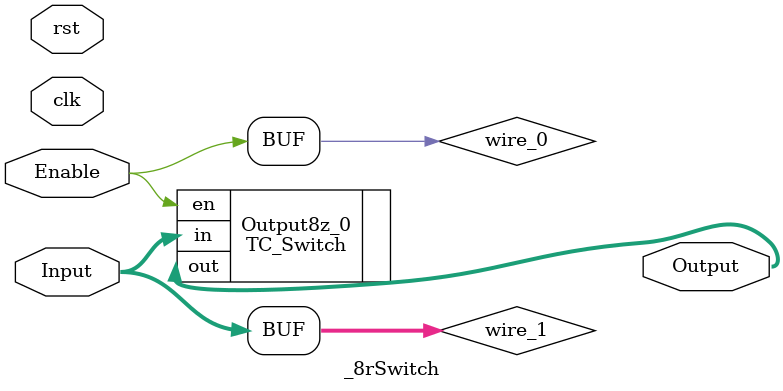
<source format=v>
module _8rSwitch (clk, rst, Enable, Input, Output);
  parameter UUID = 0;
  parameter NAME = "";
  input wire clk;
  input wire rst;

  input  wire [0:0] Enable;
  input  wire [7:0] Input;
  output  wire [7:0] Output;

  TC_Switch # (.UUID(64'd2986484189407684533 ^ UUID), .BIT_WIDTH(64'd8)) Output8z_0 (.en(wire_0), .in(wire_1), .out(Output));
  TC_Constant # (.UUID(64'd4531143012953195476 ^ UUID), .BIT_WIDTH(64'd1), .value(1'd0)) Off_1 (.out());

  wire [0:0] wire_0;
  assign wire_0 = Enable;
  wire [7:0] wire_1;
  assign wire_1 = Input;

endmodule

</source>
